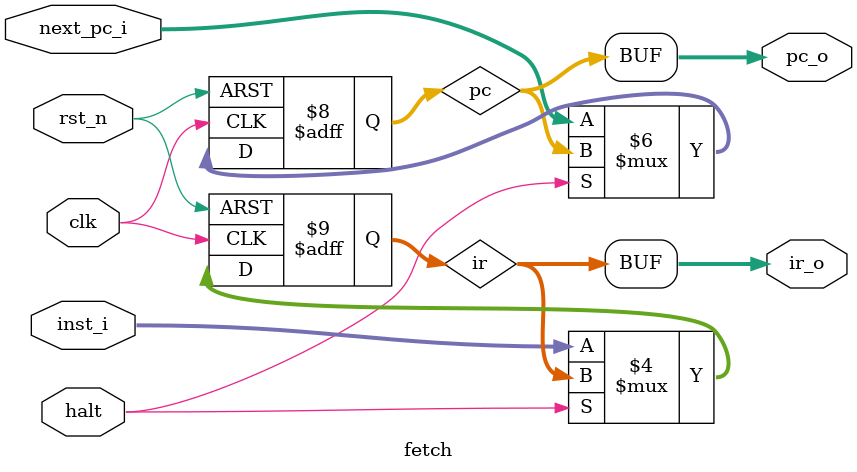
<source format=v>
module fetch (
    input wire clk,
    input wire rst_n,
    input wire [31:0] inst_i,
    input wire [31:0] next_pc_i,
    input halt,
    output reg [31:0] pc_o,
    output reg [31:0] ir_o
);

    reg [31:0] pc;
    reg [31:0] ir;

    always @(posedge clk, negedge rst_n)
    begin
        if(~rst_n)
            begin
                pc <= -4;
                ir <= 0;
            end
        else
            begin
                if(~halt)
                    begin
                        pc <= next_pc_i;
                        ir <= inst_i;
                    end
            end
    end

    assign pc_o = pc;
    assign ir_o = ir;

endmodule
</source>
